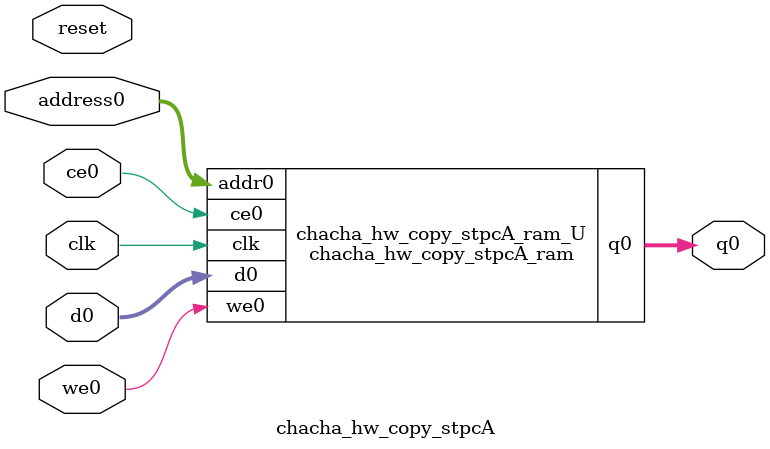
<source format=v>
`timescale 1 ns / 1 ps
module chacha_hw_copy_stpcA_ram (addr0, ce0, d0, we0, q0,  clk);

parameter DWIDTH = 8;
parameter AWIDTH = 8;
parameter MEM_SIZE = 144;

input[AWIDTH-1:0] addr0;
input ce0;
input[DWIDTH-1:0] d0;
input we0;
output reg[DWIDTH-1:0] q0;
input clk;

(* ram_style = "block" *)reg [DWIDTH-1:0] ram[0:MEM_SIZE-1];




always @(posedge clk)  
begin 
    if (ce0) 
    begin
        if (we0) 
        begin 
            ram[addr0] <= d0; 
        end 
        q0 <= ram[addr0];
    end
end


endmodule

`timescale 1 ns / 1 ps
module chacha_hw_copy_stpcA(
    reset,
    clk,
    address0,
    ce0,
    we0,
    d0,
    q0);

parameter DataWidth = 32'd8;
parameter AddressRange = 32'd144;
parameter AddressWidth = 32'd8;
input reset;
input clk;
input[AddressWidth - 1:0] address0;
input ce0;
input we0;
input[DataWidth - 1:0] d0;
output[DataWidth - 1:0] q0;



chacha_hw_copy_stpcA_ram chacha_hw_copy_stpcA_ram_U(
    .clk( clk ),
    .addr0( address0 ),
    .ce0( ce0 ),
    .we0( we0 ),
    .d0( d0 ),
    .q0( q0 ));

endmodule


</source>
